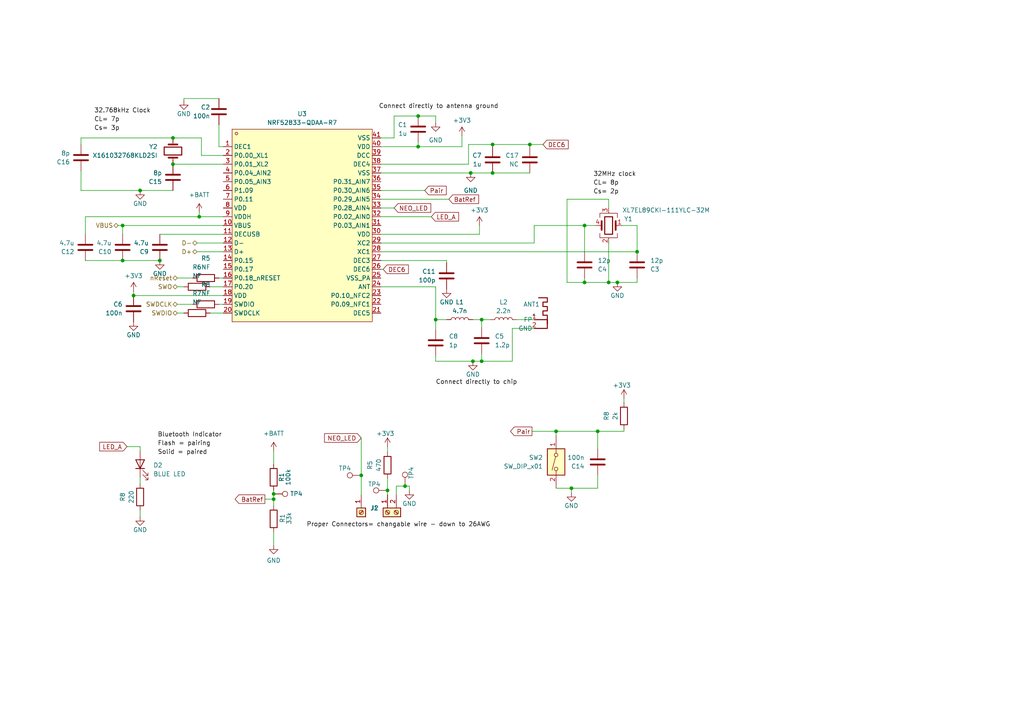
<source format=kicad_sch>
(kicad_sch (version 20230121) (generator eeschema)
  (paper "A4")
  (title_block (title "BLEEarrings (Blade Runner)") (date "2023-10-30") (rev "00.00") (company "Kitty and Dom"))
  (lib_symbols
    (symbol "Connector:Screw_Terminal_01x01" (pin_names (offset 1.016) hide)
      (property "Reference" "J" (at 0 2.54 0))
      (property "Value" "Screw_Terminal_01x01" (at 0 -2.54 0))
      (symbol "Screw_Terminal_01x01_1_1"
        (rectangle (start -1.27 1.27) (end 1.27 -1.27) (stroke (width 0.254)) (fill (type background)))
        (polyline (pts (xy -0.5334 0.3302) (xy 0.3302 -0.508)) (stroke (width 0.1524)))
        (polyline (pts (xy -0.3556 0.508) (xy 0.508 -0.3302)) (stroke (width 0.1524)))
        (circle (center 0 0) (radius 0.635) (stroke (width 0.1524)))
        (pin passive line (at -5.08 0 0) (length 3.81) (name "Pin_1") (number "1"))
      )
    )
    (symbol "Connector:Screw_Terminal_01x02" (pin_names (offset 1.016) hide)
      (property "Reference" "J" (at 0 2.54 0))
      (property "Value" "Screw_Terminal_01x02" (at 0 -5.08 0))
      (symbol "Screw_Terminal_01x02_1_1"
        (rectangle (start -1.27 1.27) (end 1.27 -3.81) (stroke (width 0.254)) (fill (type background)))
        (circle (center 0 -2.54) (radius 0.635) (stroke (width 0.1524)))
        (polyline (pts (xy -0.5334 -2.2098) (xy 0.3302 -3.048)) (stroke (width 0.1524)))
        (polyline (pts (xy -0.5334 0.3302) (xy 0.3302 -0.508)) (stroke (width 0.1524)))
        (polyline (pts (xy -0.3556 -2.032) (xy 0.508 -2.8702)) (stroke (width 0.1524)))
        (polyline (pts (xy -0.3556 0.508) (xy 0.508 -0.3302)) (stroke (width 0.1524)))
        (circle (center 0 0) (radius 0.635) (stroke (width 0.1524)))
        (pin passive line (at -5.08 0 0) (length 3.81) (name "Pin_1") (number "1"))
        (pin passive line (at -5.08 -2.54 0) (length 3.81) (name "Pin_2") (number "2"))
      )
    )
    (symbol "Connector:TestPoint" (pin_numbers hide) (pin_names (offset 0.762) hide)
      (property "Reference" "TP" (at 0 6.858 0))
      (property "Value" "TestPoint" (at 0 5.08 0))
      (symbol "TestPoint_0_1"
        (circle (center 0 3.302) (radius 0.762))
      )
      (symbol "TestPoint_1_1"
        (pin passive line (at 0 0 90) (length 2.54) (name "1") (number "1"))
      )
    )
    (symbol "CustomPads:2.4GHz,_50Ohm_Antenna"
      (property "Reference" "ANT" (at 0 2.286 0))
      (symbol "2.4GHz,_50Ohm_Antenna_1_1"
        (polyline (pts (xy 0 -3.81) (xy 3.81 -3.81) (xy 3.81 -1.27) (xy 0 -1.27)) (stroke (width 0.3)))
        (polyline (pts (xy 1.27 5.08) (xy 3.81 5.08) (xy 3.81 3.81) (xy 2.54 3.81) (xy 2.54 2.54) (xy 3.81 2.54) (xy 3.81 1.27) (xy 2.54 1.27) (xy 2.54 0) (xy 3.81 0) (xy 3.81 -2.54)) (stroke (width 0.3)))
        (pin input line (at 0 -1.27 180) (length 0) (name "FP") (number "1"))
        (pin input line (at 0 -3.81 180) (length 0) (name "GND") (number "2"))
      )
    )
    (symbol "Device:C" (pin_numbers hide) (pin_names (offset 0.254))
      (property "Reference" "C" (at 0.635 2.54 0))
      (property "Value" "C" (at 0.635 -2.54 0))
      (symbol "C_0_1"
        (polyline (pts (xy -2.032 -0.762) (xy 2.032 -0.762)) (stroke (width 0.508)))
        (polyline (pts (xy -2.032 0.762) (xy 2.032 0.762)) (stroke (width 0.508)))
      )
      (symbol "C_1_1"
        (pin passive line (at 0 3.81 270) (length 2.794) (name "~") (number "1"))
        (pin passive line (at 0 -3.81 90) (length 2.794) (name "~") (number "2"))
      )
    )
    (symbol "Device:Crystal" (pin_numbers hide) (pin_names (offset 1.016) hide)
      (property "Reference" "Y" (at 0 3.81 0))
      (property "Value" "Crystal" (at 0 -3.81 0))
      (symbol "Crystal_0_1"
        (rectangle (start -1.143 2.54) (end 1.143 -2.54) (stroke (width 0.3048)))
        (polyline (pts (xy -2.54 0) (xy -1.905 0)))
        (polyline (pts (xy -1.905 -1.27) (xy -1.905 1.27)) (stroke (width 0.508)))
        (polyline (pts (xy 1.905 -1.27) (xy 1.905 1.27)) (stroke (width 0.508)))
        (polyline (pts (xy 2.54 0) (xy 1.905 0)))
      )
      (symbol "Crystal_1_1"
        (pin passive line (at -3.81 0 0) (length 1.27) (name "1") (number "1"))
        (pin passive line (at 3.81 0 180) (length 1.27) (name "2") (number "2"))
      )
    )
    (symbol "Device:Crystal_GND23" (pin_names (offset 1.016) hide)
      (property "Reference" "Y" (at 3.175 5.08 0))
      (property "Value" "Crystal_GND23" (at 3.175 3.175 0))
      (symbol "Crystal_GND23_0_1"
        (rectangle (start -1.143 2.54) (end 1.143 -2.54) (stroke (width 0.3048)))
        (polyline (pts (xy -2.54 0) (xy -2.032 0)))
        (polyline (pts (xy -2.032 -1.27) (xy -2.032 1.27)) (stroke (width 0.508)))
        (polyline (pts (xy 0 -3.81) (xy 0 -3.556)))
        (polyline (pts (xy 0 3.556) (xy 0 3.81)))
        (polyline (pts (xy 2.032 -1.27) (xy 2.032 1.27)) (stroke (width 0.508)))
        (polyline (pts (xy 2.032 0) (xy 2.54 0)))
        (polyline (pts (xy -2.54 -2.286) (xy -2.54 -3.556) (xy 2.54 -3.556) (xy 2.54 -2.286)))
        (polyline (pts (xy -2.54 2.286) (xy -2.54 3.556) (xy 2.54 3.556) (xy 2.54 2.286)))
      )
      (symbol "Crystal_GND23_1_1"
        (pin passive line (at -3.81 0 0) (length 1.27) (name "1") (number "1"))
        (pin passive line (at 0 5.08 270) (length 1.27) (name "2") (number "2"))
        (pin passive line (at 0 -5.08 90) (length 1.27) (name "3") (number "3"))
        (pin passive line (at 3.81 0 180) (length 1.27) (name "4") (number "4"))
      )
    )
    (symbol "Device:L" (pin_numbers hide) (pin_names (offset 1.016) hide)
      (property "Reference" "L" (at -1.27 0 90))
      (property "Value" "L" (at 1.905 0 90))
      (symbol "L_0_1"
        (arc (start 0 -2.54) (mid 0.6323 -1.905) (end 0 -1.27))
        (arc (start 0 -1.27) (mid 0.6323 -0.635) (end 0 0))
        (arc (start 0 0) (mid 0.6323 0.635) (end 0 1.27))
        (arc (start 0 1.27) (mid 0.6323 1.905) (end 0 2.54))
      )
      (symbol "L_1_1"
        (pin passive line (at 0 3.81 270) (length 1.27) (name "1") (number "1"))
        (pin passive line (at 0 -3.81 90) (length 1.27) (name "2") (number "2"))
      )
    )
    (symbol "Device:LED" (pin_numbers hide) (pin_names (offset 1.016) hide)
      (property "Reference" "D" (at 0 2.54 0))
      (property "Value" "LED" (at 0 -2.54 0))
      (symbol "LED_0_1"
        (polyline (pts (xy -1.27 -1.27) (xy -1.27 1.27)) (stroke (width 0.254)))
        (polyline (pts (xy -1.27 0) (xy 1.27 0)))
        (polyline (pts (xy 1.27 -1.27) (xy 1.27 1.27) (xy -1.27 0) (xy 1.27 -1.27)) (stroke (width 0.254)))
        (polyline (pts (xy -3.048 -0.762) (xy -4.572 -2.286) (xy -3.81 -2.286) (xy -4.572 -2.286) (xy -4.572 -1.524)))
        (polyline (pts (xy -1.778 -0.762) (xy -3.302 -2.286) (xy -2.54 -2.286) (xy -3.302 -2.286) (xy -3.302 -1.524)))
      )
      (symbol "LED_1_1"
        (pin passive line (at -3.81 0 0) (length 2.54) (name "K") (number "1"))
        (pin passive line (at 3.81 0 180) (length 2.54) (name "A") (number "2"))
      )
    )
    (symbol "Device:R" (pin_numbers hide) (pin_names (offset 0))
      (property "Reference" "R" (at 2.032 0 90))
      (property "Value" "R" (at 0 0 90))
      (symbol "R_0_1"
        (rectangle (start -1.016 -2.54) (end 1.016 2.54) (stroke (width 0.254)))
      )
      (symbol "R_1_1"
        (pin passive line (at 0 3.81 270) (length 1.27) (name "~") (number "1"))
        (pin passive line (at 0 -3.81 90) (length 1.27) (name "~") (number "2"))
      )
    )
    (symbol "Switch:SW_DIP_x01" (pin_names (offset 0) hide)
      (property "Reference" "SW" (at 0 3.81 0))
      (property "Value" "SW_DIP_x01" (at 0 -3.81 0))
      (symbol "SW_DIP_x01_0_0"
        (circle (center -2.032 0) (radius 0.508))
        (polyline (pts (xy -1.524 0.127) (xy 2.3622 1.1684)))
        (circle (center 2.032 0) (radius 0.508))
      )
      (symbol "SW_DIP_x01_0_1"
        (rectangle (start -3.81 2.54) (end 3.81 -2.54) (stroke (width 0.254)) (fill (type background)))
      )
      (symbol "SW_DIP_x01_1_1"
        (pin passive line (at -7.62 0 0) (length 5.08) (name "~") (number "1"))
        (pin passive line (at 7.62 0 180) (length 5.08) (name "~") (number "2"))
      )
    )
    (symbol "easyeda2kicad:NRF52833-QDAA-R7"
      (property "Reference" "U" (at 0 30.48 0))
      (property "Value" "NRF52833-QDAA-R7" (at 0 -30.48 0))
      (symbol "NRF52833-QDAA-R7_0_1"
        (rectangle (start -20.32 27.94) (end 20.32 -27.94) (fill (type background)))
        (circle (center -19.05 26.67) (radius 0.38))
        (pin unspecified line (at -22.86 22.86 0) (length 2.54) (name "DEC1") (number "1"))
        (pin unspecified line (at -22.86 0 0) (length 2.54) (name "VBUS") (number "10"))
        (pin unspecified line (at -22.86 -2.54 0) (length 2.54) (name "DECUSB") (number "11"))
        (pin unspecified line (at -22.86 -5.08 0) (length 2.54) (name "D-") (number "12"))
        (pin unspecified line (at -22.86 -7.62 0) (length 2.54) (name "D+") (number "13"))
        (pin unspecified line (at -22.86 -10.16 0) (length 2.54) (name "P0.15") (number "14"))
        (pin unspecified line (at -22.86 -12.7 0) (length 2.54) (name "P0.17") (number "15"))
        (pin unspecified line (at -22.86 -15.24 0) (length 2.54) (name "P0.18_nRESET") (number "16"))
        (pin unspecified line (at -22.86 -17.78 0) (length 2.54) (name "P0.20") (number "17"))
        (pin unspecified line (at -22.86 -20.32 0) (length 2.54) (name "VDD") (number "18"))
        (pin unspecified line (at -22.86 -22.86 0) (length 2.54) (name "SWDIO") (number "19"))
        (pin unspecified line (at -22.86 20.32 0) (length 2.54) (name "P0.00_XL1") (number "2"))
        (pin unspecified line (at -22.86 -25.4 0) (length 2.54) (name "SWDCLK") (number "20"))
        (pin unspecified line (at 22.86 -25.4 180) (length 2.54) (name "DEC5") (number "21"))
        (pin unspecified line (at 22.86 -22.86 180) (length 2.54) (name "P0.09_NFC1") (number "22"))
        (pin unspecified line (at 22.86 -20.32 180) (length 2.54) (name "P0.10_NFC2") (number "23"))
        (pin unspecified line (at 22.86 -17.78 180) (length 2.54) (name "ANT") (number "24"))
        (pin unspecified line (at 22.86 -15.24 180) (length 2.54) (name "VSS_PA") (number "25"))
        (pin unspecified line (at 22.86 -12.7 180) (length 2.54) (name "DEC6") (number "26"))
        (pin unspecified line (at 22.86 -10.16 180) (length 2.54) (name "DEC3") (number "27"))
        (pin unspecified line (at 22.86 -7.62 180) (length 2.54) (name "XC1") (number "28"))
        (pin unspecified line (at 22.86 -5.08 180) (length 2.54) (name "XC2") (number "29"))
        (pin unspecified line (at -22.86 17.78 0) (length 2.54) (name "P0.01_XL2") (number "3"))
        (pin unspecified line (at 22.86 -2.54 180) (length 2.54) (name "VDD") (number "30"))
        (pin unspecified line (at 22.86 0 180) (length 2.54) (name "P0.03_AIN1") (number "31"))
        (pin unspecified line (at 22.86 2.54 180) (length 2.54) (name "P0.02_AIN0") (number "32"))
        (pin unspecified line (at 22.86 5.08 180) (length 2.54) (name "P0.28_AIN4") (number "33"))
        (pin unspecified line (at 22.86 7.62 180) (length 2.54) (name "P0.29_AIN5") (number "34"))
        (pin unspecified line (at 22.86 10.16 180) (length 2.54) (name "P0.30_AIN6") (number "35"))
        (pin unspecified line (at 22.86 12.7 180) (length 2.54) (name "P0.31_AIN7") (number "36"))
        (pin unspecified line (at 22.86 15.24 180) (length 2.54) (name "VSS") (number "37"))
        (pin unspecified line (at 22.86 17.78 180) (length 2.54) (name "DEC4") (number "38"))
        (pin unspecified line (at 22.86 20.32 180) (length 2.54) (name "DCC") (number "39"))
        (pin unspecified line (at -22.86 15.24 0) (length 2.54) (name "P0.04_AIN2") (number "4"))
        (pin unspecified line (at 22.86 22.86 180) (length 2.54) (name "VDD") (number "40"))
        (pin unspecified line (at 22.86 25.4 180) (length 2.54) (name "VSS") (number "41"))
        (pin unspecified line (at -22.86 12.7 0) (length 2.54) (name "P0.05_AIN3") (number "5"))
        (pin unspecified line (at -22.86 10.16 0) (length 2.54) (name "P1.09") (number "6"))
        (pin unspecified line (at -22.86 7.62 0) (length 2.54) (name "P0.11") (number "7"))
        (pin unspecified line (at -22.86 5.08 0) (length 2.54) (name "VDD") (number "8"))
        (pin unspecified line (at -22.86 2.54 0) (length 2.54) (name "VDDH") (number "9"))
      )
    )
    (symbol "power:+3V3" (power) (pin_names (offset 0))
      (property "Value" "+3V3" (at 0 3.556 0))
      (symbol "+3V3_0_1"
        (polyline (pts (xy -0.762 1.27) (xy 0 2.54)))
        (polyline (pts (xy 0 0) (xy 0 2.54)))
        (polyline (pts (xy 0 2.54) (xy 0.762 1.27)))
      )
      (symbol "+3V3_1_1"
        (pin power_in line (at 0 0 90) (length 0) hide (name "+3V3") (number "1"))
      )
    )
    (symbol "power:+BATT" (power) (pin_names (offset 0))
      (property "Value" "+BATT" (at 0 3.556 0))
      (symbol "+BATT_0_1"
        (polyline (pts (xy -0.762 1.27) (xy 0 2.54)))
        (polyline (pts (xy 0 0) (xy 0 2.54)))
        (polyline (pts (xy 0 2.54) (xy 0.762 1.27)))
      )
      (symbol "+BATT_1_1"
        (pin power_in line (at 0 0 90) (length 0) hide (name "+BATT") (number "1"))
      )
    )
    (symbol "power:GND" (power) (pin_names (offset 0))
      (property "Value" "GND" (at 0 -3.81 0))
      (symbol "GND_0_1"
        (polyline (pts (xy 0 0) (xy 0 -1.27) (xy 1.27 -1.27) (xy 0 -2.54) (xy -1.27 -1.27) (xy 0 -1.27)))
      )
      (symbol "GND_1_1"
        (pin power_in line (at 0 0 270) (length 0) hide (name "GND") (number "1"))
      )
    )
  )
  (junction (at 50.165 40.005))
  (junction (at 153.67 41.91))
  (junction (at 139.7 92.71))
  (junction (at 40.64 55.245))
  (junction (at 139.7 104.775))
  (junction (at 179.07 81.915))
  (junction (at 121.285 33.655))
  (junction (at 38.735 85.725))
  (junction (at 35.56 75.565))
  (junction (at 79.375 143.256))
  (junction (at 117.475 140.9954))
  (junction (at 142.875 50.165))
  (junction (at 173.355 125.095))
  (junction (at 176.53 81.915))
  (junction (at 142.875 41.91))
  (junction (at 57.785 62.865))
  (junction (at 161.29 125.095))
  (junction (at 165.735 141.605))
  (junction (at 104.775 137.8712))
  (junction (at 184.785 73.025))
  (junction (at 79.375 144.78))
  (junction (at 169.545 65.405))
  (junction (at 121.285 42.545))
  (junction (at 126.365 92.71))
  (junction (at 136.525 50.165))
  (junction (at 137.16 104.775))
  (junction (at 112.395 142.24))
  (junction (at 46.355 75.565))
  (junction (at 50.165 47.625))
  (junction (at 35.56 65.405))
  (junction (at 169.545 81.915))
  (wire (pts (xy 180.34 65.405) (xy 184.785 65.405)))
  (wire (pts (xy 51.435 80.645) (xy 55.88 80.645)))
  (wire (pts (xy 57.15 73.025) (xy 64.77 73.025)))
  (wire (pts (xy 169.545 65.405) (xy 169.545 73.025)))
  (wire (pts (xy 139.7 92.71) (xy 142.24 92.71)))
  (wire (pts (xy 121.285 42.545) (xy 121.285 41.275)))
  (wire (pts (xy 60.96 83.185) (xy 64.77 83.185)))
  (wire (pts (xy 110.49 78.105) (xy 111.125 78.105)))
  (wire (pts (xy 142.875 41.91) (xy 153.67 41.91)))
  (wire (pts (xy 114.3 60.325) (xy 110.49 60.325)))
  (wire (pts (xy 23.495 40.005) (xy 23.495 41.91)))
  (wire (pts (xy 139.065 65.405) (xy 139.065 67.945)))
  (wire (pts (xy 51.435 88.265) (xy 55.88 88.265)))
  (wire (pts (xy 121.285 33.655) (xy 114.3 33.655)))
  (wire (pts (xy 126.365 104.775) (xy 137.16 104.775)))
  (wire (pts (xy 51.435 90.805) (xy 53.34 90.805)))
  (wire (pts (xy 63.5 42.545) (xy 64.77 42.545)))
  (wire (pts (xy 180.975 124.46) (xy 180.975 125.095)))
  (wire (pts (xy 149.86 92.71) (xy 154.94 92.71)))
  (wire (pts (xy 58.42 40.005) (xy 50.165 40.005)))
  (wire (pts (xy 169.545 65.405) (xy 172.72 65.405)))
  (wire (pts (xy 64.77 65.405) (xy 35.56 65.405)))
  (wire (pts (xy 153.67 41.91) (xy 157.48 41.91)))
  (wire (pts (xy 58.42 40.005) (xy 58.42 45.085)))
  (wire (pts (xy 129.54 75.565) (xy 129.54 76.2)))
  (wire (pts (xy 24.765 62.865) (xy 57.785 62.865)))
  (wire (pts (xy 173.355 141.605) (xy 165.735 141.605)))
  (wire (pts (xy 79.375 143.256) (xy 79.375 144.78)))
  (wire (pts (xy 46.355 67.945) (xy 64.77 67.945)))
  (wire (pts (xy 154.305 125.095) (xy 161.29 125.095)))
  (wire (pts (xy 129.54 75.565) (xy 110.49 75.565)))
  (wire (pts (xy 38.735 85.725) (xy 38.735 84.455)))
  (wire (pts (xy 173.355 137.795) (xy 173.355 141.605)))
  (wire (pts (xy 110.49 73.025) (xy 184.785 73.025)))
  (wire (pts (xy 79.375 142.24) (xy 79.375 143.256)))
  (wire (pts (xy 126.365 33.655) (xy 121.285 33.655)))
  (wire (pts (xy 112.395 129.5654) (xy 112.395 131.1148)))
  (wire (pts (xy 24.765 67.945) (xy 24.765 62.865)))
  (wire (pts (xy 184.785 81.915) (xy 184.785 80.645)))
  (wire (pts (xy 133.985 39.37) (xy 133.985 42.545)))
  (wire (pts (xy 164.465 81.915) (xy 169.545 81.915)))
  (wire (pts (xy 179.07 81.915) (xy 184.785 81.915)))
  (wire (pts (xy 23.495 40.005) (xy 50.165 40.005)))
  (wire (pts (xy 57.785 61.595) (xy 57.785 62.865)))
  (wire (pts (xy 179.07 81.915) (xy 176.53 81.915)))
  (wire (pts (xy 104.775 137.8712) (xy 104.775 143.5354)))
  (wire (pts (xy 40.64 138.43) (xy 40.64 140.335)))
  (wire (pts (xy 165.735 141.605) (xy 165.735 142.875)))
  (wire (pts (xy 126.365 35.56) (xy 126.365 33.655)))
  (wire (pts (xy 133.985 42.545) (xy 121.285 42.545)))
  (wire (pts (xy 180.975 115.57) (xy 180.975 116.84)))
  (wire (pts (xy 79.375 130.81) (xy 79.375 134.62)))
  (wire (pts (xy 50.165 55.245) (xy 40.64 55.245)))
  (wire (pts (xy 164.465 57.785) (xy 164.465 81.915)))
  (wire (pts (xy 184.785 73.025) (xy 184.785 65.405)))
  (wire (pts (xy 148.59 95.25) (xy 154.94 95.25)))
  (wire (pts (xy 24.765 75.565) (xy 35.56 75.565)))
  (wire (pts (xy 76.835 144.78) (xy 79.375 144.78)))
  (wire (pts (xy 126.365 83.185) (xy 126.365 92.71)))
  (wire (pts (xy 176.53 57.785) (xy 164.465 57.785)))
  (wire (pts (xy 110.49 55.245) (xy 123.19 55.245)))
  (wire (pts (xy 110.49 50.165) (xy 136.525 50.165)))
  (wire (pts (xy 36.83 129.54) (xy 40.64 129.54)))
  (wire (pts (xy 142.875 42.545) (xy 142.875 41.91)))
  (wire (pts (xy 154.94 65.405) (xy 154.94 70.485)))
  (wire (pts (xy 136.525 50.165) (xy 142.875 50.165)))
  (wire (pts (xy 165.735 141.605) (xy 161.29 141.605)))
  (wire (pts (xy 112.395 142.24) (xy 112.395 143.5354)))
  (wire (pts (xy 57.785 62.865) (xy 64.77 62.865)))
  (wire (pts (xy 176.53 70.485) (xy 176.53 81.915)))
  (wire (pts (xy 126.365 92.71) (xy 129.54 92.71)))
  (wire (pts (xy 126.365 92.71) (xy 126.365 95.631)))
  (wire (pts (xy 50.165 47.625) (xy 64.77 47.625)))
  (wire (pts (xy 53.34 28.575) (xy 63.5 28.575)))
  (wire (pts (xy 153.67 41.91) (xy 153.67 42.545)))
  (wire (pts (xy 118.745 140.9954) (xy 118.745 142.2654)))
  (wire (pts (xy 34.29 65.405) (xy 35.56 65.405)))
  (wire (pts (xy 137.16 104.775) (xy 139.7 104.775)))
  (wire (pts (xy 154.94 70.485) (xy 110.49 70.485)))
  (wire (pts (xy 110.49 83.185) (xy 126.365 83.185)))
  (wire (pts (xy 142.875 50.165) (xy 153.67 50.165)))
  (wire (pts (xy 38.735 85.725) (xy 64.77 85.725)))
  (wire (pts (xy 176.53 81.915) (xy 169.545 81.915)))
  (wire (pts (xy 173.355 125.095) (xy 180.975 125.095)))
  (wire (pts (xy 63.5 88.265) (xy 64.77 88.265)))
  (wire (pts (xy 169.545 80.645) (xy 169.545 81.915)))
  (wire (pts (xy 58.42 45.085) (xy 64.77 45.085)))
  (wire (pts (xy 51.435 83.185) (xy 53.34 83.185)))
  (wire (pts (xy 110.49 47.625) (xy 135.89 47.625)))
  (wire (pts (xy 135.89 41.91) (xy 135.89 47.625)))
  (wire (pts (xy 35.56 65.405) (xy 35.56 67.945)))
  (wire (pts (xy 110.49 42.545) (xy 121.285 42.545)))
  (wire (pts (xy 112.395 138.7348) (xy 112.395 142.24)))
  (wire (pts (xy 40.64 147.955) (xy 40.64 149.86)))
  (wire (pts (xy 23.495 55.245) (xy 23.495 49.53)))
  (wire (pts (xy 139.7 92.71) (xy 139.7 94.996)))
  (wire (pts (xy 110.49 57.785) (xy 130.175 57.785)))
  (wire (pts (xy 114.3 33.655) (xy 114.3 40.005)))
  (wire (pts (xy 161.29 126.365) (xy 161.29 125.095)))
  (wire (pts (xy 117.475 140.9954) (xy 118.745 140.9954)))
  (wire (pts (xy 35.56 75.565) (xy 46.355 75.565)))
  (wire (pts (xy 114.935 143.5354) (xy 114.935 140.9954)))
  (wire (pts (xy 63.5 42.545) (xy 63.5 36.195)))
  (wire (pts (xy 63.5 80.645) (xy 64.77 80.645)))
  (wire (pts (xy 79.375 154.305) (xy 79.375 158.115)))
  (wire (pts (xy 114.935 140.9954) (xy 117.475 140.9954)))
  (wire (pts (xy 139.7 102.616) (xy 139.7 104.775)))
  (wire (pts (xy 104.775 127.0254) (xy 104.775 137.8712)))
  (wire (pts (xy 173.355 130.175) (xy 173.355 125.095)))
  (wire (pts (xy 40.64 129.54) (xy 40.64 130.81)))
  (wire (pts (xy 148.59 104.775) (xy 139.7 104.775)))
  (wire (pts (xy 176.53 60.325) (xy 176.53 57.785)))
  (wire (pts (xy 137.16 92.71) (xy 139.7 92.71)))
  (wire (pts (xy 57.15 70.485) (xy 64.77 70.485)))
  (wire (pts (xy 126.365 103.251) (xy 126.365 104.775)))
  (wire (pts (xy 60.96 90.805) (xy 64.77 90.805)))
  (wire (pts (xy 125.095 62.865) (xy 110.49 62.865)))
  (wire (pts (xy 142.875 41.91) (xy 135.89 41.91)))
  (wire (pts (xy 161.29 125.095) (xy 173.355 125.095)))
  (wire (pts (xy 110.49 67.945) (xy 139.065 67.945)))
  (wire (pts (xy 79.375 144.78) (xy 79.375 146.685)))
  (wire (pts (xy 53.34 29.21) (xy 53.34 28.575)))
  (wire (pts (xy 40.64 55.245) (xy 23.495 55.245)))
  (wire (pts (xy 154.94 65.405) (xy 169.545 65.405)))
  (wire (pts (xy 148.59 95.25) (xy 148.59 104.775)))
  (wire (pts (xy 114.3 40.005) (xy 110.49 40.005)))
  (label "CL= 7p" (at 27.305 35.56 0))
  (label "Cs= 3p" (at 27.305 38.1 0))
  (label "Connect directly to chip" (at 126.365 111.76 0))
  (label "Cs= 2p" (at 172.085 56.515 0))
  (label "Solid = paired" (at 45.72 132.08 0))
  (label "Proper Connectors= changable wire - down to 26AWG" (at 88.9 153.0604 0))
  (label "32.768kHz Clock" (at 27.305 33.02 0))
  (label "Connect directly to antenna ground" (at 109.855 31.75 0))
  (label "CL= 8p" (at 172.085 53.975 0))
  (label "32MHz clock" (at 172.085 51.435 0))
  (label "Flash = pairing" (at 45.72 129.54 0))
  (label "Bluetooth Indicator" (at 45.72 127 0))
  (global_label "BatRef" (shape output) (at 76.835 144.78 180) (property "Intersheetrefs" "${INTERSHEET_REFS}" (effects hide)))
  (global_label "LED_A" (shape input) (at 36.83 129.54 180) (property "Intersheetrefs" "${INTERSHEET_REFS}" (effects hide)))
  (global_label "BatRef" (shape input) (at 130.175 57.785 0) (property "Intersheetrefs" "${INTERSHEET_REFS}" (effects hide)))
  (global_label "DEC6" (shape input) (at 111.125 78.105 0) (property "Intersheetrefs" "${INTERSHEET_REFS}" (effects hide)))
  (global_label "DEC6" (shape input) (at 157.48 41.91 0) (property "Intersheetrefs" "${INTERSHEET_REFS}" (effects hide)))
  (global_label "Pair" (shape output) (at 154.305 125.095 180) (property "Intersheetrefs" "${INTERSHEET_REFS}" (effects hide)))
  (global_label "NEO_LED" (shape input) (at 104.775 127.0254 180) (property "Intersheetrefs" "${INTERSHEET_REFS}" (effects hide)))
  (global_label "NEO_LED" (shape input) (at 114.3 60.325 0) (property "Intersheetrefs" "${INTERSHEET_REFS}" (effects hide)))
  (global_label "Pair" (shape input) (at 123.19 55.245 0) (property "Intersheetrefs" "${INTERSHEET_REFS}" (effects hide)))
  (global_label "LED_A" (shape input) (at 125.095 62.865 0) (property "Intersheetrefs" "${INTERSHEET_REFS}" (effects hide)))
  (hierarchical_label "D-" (shape bidirectional) (at 57.15 70.485 180))
  (hierarchical_label "D+" (shape bidirectional) (at 57.15 73.025 180))
  (hierarchical_label "nReset" (shape bidirectional) (at 51.435 80.645 180))
  (hierarchical_label "SWDIO" (shape bidirectional) (at 51.435 90.805 180))
  (hierarchical_label "VBUS" (shape bidirectional) (at 34.29 65.405 180))
  (hierarchical_label "SWO" (shape bidirectional) (at 51.435 83.185 180))
  (hierarchical_label "SWDCLK" (shape bidirectional) (at 51.435 88.265 180))
  (symbol (lib_id "power:GND") (at 179.07 81.915 0) (mirror y) (unit 1)
    (property "Reference" "#PWR03" (effects hide))
    (property "Value" "GND" (at 179.07 85.725 0))
  )
  (symbol (lib_id "power:GND") (at 137.16 104.775 0) (unit 1)
    (property "Reference" "#PWR08" (effects hide))
    (property "Value" "GND" (at 137.16 108.585 0))
  )
  (symbol (lib_id "Device:C") (at 24.765 71.755 180) (unit 1)
    (property "Reference" "C12" (at 21.59 73.025 0) (effects (justify left)))
    (property "Value" "4.7u" (at 21.59 70.485 0) (effects (justify left)))
    (property "Footprint" "Capacitor_SMD:C_0402_1005Metric_Pad0.74x0.62mm_HandSolder" (effects hide))
    (property "LCSC Part" "C307423" (effects hide))
  )
  (symbol (lib_id "power:+3V3") (at 112.395 129.5654 0) (unit 1)
    (property "Reference" "#PWR016" (effects hide))
    (property "Value" "+3V3" (at 111.76 125.7554 0))
  )
  (symbol (lib_id "Device:C") (at 139.7 98.806 0) (unit 1)
    (property "Reference" "C5" (at 143.51 97.536 0) (effects (justify left)))
    (property "Value" "1.2p" (at 143.51 100.076 0) (effects (justify left)))
    (property "Footprint" "Capacitor_SMD:C_0402_1005Metric_Pad0.74x0.62mm_HandSolder" (effects hide))
    (property "LCSC Part" "C880658 " (effects hide))
  )
  (symbol (lib_id "Device:C") (at 142.875 46.355 0) (unit 1)
    (property "Reference" "C7" (at 139.7 45.085 0) (effects (justify right)))
    (property "Value" "1u" (at 139.7 47.625 0) (effects (justify right)))
    (property "Footprint" "Capacitor_SMD:C_0402_1005Metric_Pad0.74x0.62mm_HandSolder" (effects hide))
    (property "LCSC Part" "C14445" (effects hide))
  )
  (symbol (lib_id "Device:L") (at 133.35 92.71 90) (unit 1)
    (property "Reference" "L1" (at 133.35 87.63 90))
    (property "Value" "4.7n" (at 133.35 90.17 90))
    (property "Footprint" "Inductor_SMD:L_0402_1005Metric_Pad0.77x0.64mm_HandSolder" (effects hide))
    (property "LCSC Part" "C13595" (effects hide))
  )
  (symbol (lib_id "power:+BATT") (at 57.785 61.595 0) (unit 1)
    (property "Reference" "#PWR02" (effects hide))
    (property "Value" "+BATT" (at 57.785 56.515 0))
    (instances (project "BLEEarrings" (path "" (reference "#PWR02") (unit 1)) (path "" (reference "#PWR05") (unit 1))))
  )
  (symbol (lib_id "Device:C") (at 169.545 76.835 0) (mirror x) (unit 1)
    (property "Reference" "C4" (at 173.355 78.105 0) (effects (justify left)))
    (property "Value" "12p" (at 173.355 75.565 0) (effects (justify left)))
    (property "Footprint" "Capacitor_SMD:C_0402_1005Metric_Pad0.74x0.62mm_HandSolder" (effects hide))
    (property "LCSC Part" "C696888 " (effects hide))
  )
  (symbol (lib_id "Device:C") (at 153.67 46.355 0) (unit 1)
    (property "Reference" "C17" (at 150.495 45.085 0) (effects (justify right)))
    (property "Value" "NC" (at 150.495 47.625 0) (effects (justify right)))
    (property "Footprint" "Capacitor_SMD:C_0402_1005Metric_Pad0.74x0.62mm_HandSolder" (effects hide))
    (property "LCSC Part" "N/A" (effects hide))
  )
  (symbol (lib_id "Device:C") (at 184.785 76.835 0) (mirror x) (unit 1)
    (property "Reference" "C3" (at 188.595 78.105 0) (effects (justify left)))
    (property "Value" "12p" (at 188.595 75.565 0) (effects (justify left)))
    (property "Footprint" "Capacitor_SMD:C_0402_1005Metric_Pad0.74x0.62mm_HandSolder" (effects hide))
    (property "LCSC Part" "C696888 " (effects hide))
  )
  (symbol (lib_id "power:GND") (at 79.375 158.115 0) (unit 1)
    (property "Reference" "#PWR027" (effects hide))
    (property "Value" "GND" (at 79.375 162.56 0))
  )
  (symbol (lib_id "Device:C") (at 35.56 71.755 180) (unit 1)
    (property "Reference" "C10" (at 32.385 73.025 0) (effects (justify left)))
    (property "Value" "4.7u" (at 32.385 70.485 0) (effects (justify left)))
    (property "Footprint" "Capacitor_SMD:C_0402_1005Metric_Pad0.74x0.62mm_HandSolder" (effects hide))
    (property "LCSC Part" "C307423" (effects hide))
  )
  (symbol (lib_id "power:GND") (at 136.525 50.165 0) (unit 1)
    (property "Reference" "#PWR018" (effects hide))
    (property "Value" "GND" (at 136.525 55.245 0))
  )
  (symbol (lib_id "power:GND") (at 40.64 55.245 0) (unit 1)
    (property "Reference" "#PWR015" (effects hide))
    (property "Value" "GND" (at 40.64 59.055 0))
  )
  (symbol (lib_id "Device:R") (at 57.15 83.185 270) (unit 1)
    (property "Reference" "R6" (at 57.15 77.47 90))
    (property "Value" "NF" (at 57.15 80.01 90))
    (property "Footprint" "Resistor_SMD:R_0201_0603Metric" (effects hide))
    (property "LCSC Part" "N/A" (effects hide))
  )
  (symbol (lib_id "Device:C") (at 173.355 133.985 180) (unit 1)
    (property "Reference" "C14" (at 169.545 135.255 0) (effects (justify left)))
    (property "Value" "100n" (at 169.545 132.715 0) (effects (justify left)))
    (property "Footprint" "Capacitor_SMD:C_0402_1005Metric_Pad0.74x0.62mm_HandSolder" (effects hide))
    (property "LCSC Part" "C60474" (effects hide))
  )
  (symbol (lib_id "Device:L") (at 146.05 92.71 90) (unit 1)
    (property "Reference" "L2" (at 146.05 87.63 90))
    (property "Value" "2.2n" (at 146.05 90.17 90))
    (property "Footprint" "Inductor_SMD:L_0402_1005Metric_Pad0.77x0.64mm_HandSolder" (effects hide))
    (property "LCSC Part" "C395061 " (effects hide))
  )
  (symbol (lib_id "Device:R") (at 57.15 90.805 270) (unit 1)
    (property "Reference" "R7" (at 57.15 85.09 90))
    (property "Value" "NF" (at 57.15 87.63 90))
    (property "Footprint" "Resistor_SMD:R_0201_0603Metric" (effects hide))
    (property "LCSC Part" "N/A" (effects hide))
  )
  (symbol (lib_id "power:+3V3") (at 133.985 39.37 0) (unit 1)
    (property "Reference" "#PWR017" (effects hide))
    (property "Value" "+3V3" (at 133.985 34.925 0))
  )
  (symbol (lib_id "Device:C") (at 46.355 71.755 180) (unit 1)
    (property "Reference" "C9" (at 43.18 73.025 0) (effects (justify left)))
    (property "Value" "4.7u" (at 43.18 70.485 0) (effects (justify left)))
    (property "Footprint" "Capacitor_SMD:C_0402_1005Metric_Pad0.74x0.62mm_HandSolder" (effects hide))
    (property "LCSC Part" "C307423" (effects hide))
  )
  (symbol (lib_id "Device:R") (at 79.375 150.495 180) (unit 1)
    (property "Reference" "R1" (at 81.915 150.3426 90))
    (property "Value" "33k" (at 83.82 150.3426 90))
    (property "Footprint" "Resistor_SMD:R_0402_1005Metric_Pad0.72x0.64mm_HandSolder" (effects hide))
    (property "LCSC Part" "C138003" (effects hide))
    (instances (project "BLEEarrings" (path "" (reference "R1") (unit 1)) (path "" (reference "R14") (unit 1))))
  )
  (symbol (lib_id "Device:Crystal") (at 50.165 43.815 270) (mirror x) (unit 1)
    (property "Reference" "Y2" (at 45.72 42.545 90) (effects (justify right)))
    (property "Value" " X161032768KLD2SI" (at 45.72 45.085 90) (effects (justify right)))
    (property "Footprint" "easyeda2kicad:CRYSTAL-SMD_L1.6-W1.0" (effects hide))
    (property "LCSC Part" "C383846" (effects hide))
  )
  (symbol (lib_id "power:+3V3") (at 38.735 84.455 0) (unit 1)
    (property "Reference" "#PWR07" (effects hide))
    (property "Value" "+3V3" (at 38.735 80.01 0))
  )
  (symbol (lib_id "Connector:TestPoint") (at 104.775 137.8712 90) (unit 1)
    (property "Reference" "TP4" (at 100.0252 135.8392 90))
    (property "Value" "TestPoint" (effects hide))
    (property "Footprint" "TestPoint:TestPoint_Pad_D1.0mm" (effects hide))
    (property "LCSC Part" "N/A" (effects hide))
    (instances (project "BLEEarrings" (path "" (reference "TP4") (unit 1)) (path "" (reference "TP10") (unit 1))))
  )
  (symbol (lib_id "power:GND") (at 38.735 93.345 0) (unit 1)
    (property "Reference" "#PWR010" (effects hide))
    (property "Value" "GND" (at 38.735 97.155 0))
  )
  (symbol (lib_id "Device:C") (at 38.735 89.535 0) (unit 1)
    (property "Reference" "C6" (at 35.56 88.265 0) (effects (justify right)))
    (property "Value" "100n" (at 35.56 90.805 0) (effects (justify right)))
    (property "Footprint" "Capacitor_SMD:C_0402_1005Metric_Pad0.74x0.62mm_HandSolder" (effects hide))
    (property "LCSC Part" "C60474" (effects hide))
  )
  (symbol (lib_id "Switch:SW_DIP_x01") (at 161.29 133.985 90) (mirror x) (unit 1)
    (property "Reference" "SW2" (at 157.48 132.715 90) (effects (justify left)))
    (property "Value" "SW_DIP_x01" (at 157.48 135.255 90) (effects (justify left)))
    (property "Footprint" "easyeda2kicad:KEY-SMD_L3.0-W2.5-LS4.0" (effects hide))
    (property "LCSC Part" "C2905194" (effects hide))
  )
  (symbol (lib_id "Connector:TestPoint") (at 112.395 142.24 90) (unit 1)
    (property "Reference" "TP4" (at 108.5596 140.4366 90))
    (property "Value" "TestPoint" (effects hide))
    (property "Footprint" "TestPoint:TestPoint_Pad_D1.0mm" (effects hide))
    (property "LCSC Part" "N/A" (effects hide))
    (instances (project "BLEEarrings" (path "" (reference "TP4") (unit 1)) (path "" (reference "TP11") (unit 1))))
  )
  (symbol (lib_id "power:+3V3") (at 139.065 65.405 0) (unit 1)
    (property "Reference" "#PWR019" (effects hide))
    (property "Value" "+3V3" (at 139.065 60.96 0))
  )
  (symbol (lib_id "Connector:TestPoint") (at 79.375 143.256 270) (unit 1)
    (property "Reference" "TP4" (at 84.1248 143.2306 90) (effects (justify left)))
    (property "Value" "TestPoint" (effects hide))
    (property "Footprint" "TestPoint:TestPoint_Pad_D1.0mm" (effects hide))
    (property "LCSC Part" "N/A" (effects hide))
    (instances (project "BLEEarrings" (path "" (reference "TP4") (unit 1)) (path "" (reference "TP9") (unit 1))))
  )
  (symbol (lib_id "power:GND") (at 126.365 35.56 0) (unit 1)
    (property "Reference" "#PWR09" (effects hide))
    (property "Value" "GND" (at 126.365 40.64 0))
  )
  (symbol (lib_id "power:+BATT") (at 79.375 130.81 0) (unit 1)
    (property "Reference" "#PWR026" (effects hide))
    (property "Value" "+BATT" (at 79.375 125.73 0))
  )
  (symbol (lib_id "Device:R") (at 59.69 88.265 90) (unit 1)
    (property "Reference" "R8" (at 59.69 82.55 90))
    (property "Value" "NF" (at 59.69 85.09 90))
    (property "Footprint" "Resistor_SMD:R_0201_0603Metric" (effects hide))
    (property "LCSC Part" "N/A" (effects hide))
  )
  (symbol (lib_id "Device:R") (at 180.975 120.65 180) (unit 1)
    (property "Reference" "R8" (at 175.895 120.65 90))
    (property "Value" "2k" (at 178.435 120.65 90))
    (property "Footprint" "Resistor_SMD:R_0402_1005Metric_Pad0.72x0.64mm_HandSolder" (effects hide))
    (property "LCSC Part" "C60488" (effects hide))
    (instances (project "BLEEarrings" (path "" (reference "R8") (unit 1)) (path "" (reference "R2") (unit 1))))
  )
  (symbol (lib_id "Device:R") (at 112.395 134.9248 180) (unit 1)
    (property "Reference" "R5" (at 107.315 134.9248 90))
    (property "Value" "470" (at 109.855 134.9248 90))
    (property "Footprint" "Resistor_SMD:R_0402_1005Metric_Pad0.72x0.64mm_HandSolder" (effects hide))
    (property "LCSC Part" "C114949 " (effects hide))
    (instances (project "BLEEarrings" (path "" (reference "R5") (unit 1)) (path "" (reference "R9") (unit 1))))
  )
  (symbol (lib_id "Device:C") (at 50.165 51.435 180) (unit 1)
    (property "Reference" "C15" (at 46.99 52.705 0) (effects (justify left)))
    (property "Value" "8p" (at 46.99 50.165 0) (effects (justify left)))
    (property "Footprint" "Capacitor_SMD:C_0402_1005Metric_Pad0.74x0.62mm_HandSolder" (effects hide))
    (property "LCSC Part" "C5448809" (effects hide))
  )
  (symbol (lib_id "power:GND") (at 165.735 142.875 0) (unit 1)
    (property "Reference" "#PWR013" (effects hide))
    (property "Value" "GND" (at 165.735 146.685 0))
  )
  (symbol (lib_id "Connector:Screw_Terminal_01x02") (at 112.395 148.6154 90) (mirror x) (unit 1)
    (property "Reference" "J2" (at 109.855 147.3454 90) (effects (justify left)))
    (property "Value" "Screw_Terminal_01x02" (effects hide))
    (property "Footprint" "easyeda2kicad:CONN-SMD_2059-302" (effects hide))
    (property "LCSC Part" "C2765060" (effects hide))
  )
  (symbol (lib_id "Device:R") (at 59.69 80.645 90) (unit 1)
    (property "Reference" "R5" (at 59.69 74.93 90))
    (property "Value" "NF" (at 59.69 77.47 90))
    (property "Footprint" "Resistor_SMD:R_0201_0603Metric" (effects hide))
    (property "LCSC Part" "N/A" (effects hide))
  )
  (symbol (lib_id "Device:C") (at 63.5 32.385 0) (unit 1)
    (property "Reference" "C2" (at 60.96 31.115 0) (effects (justify right)))
    (property "Value" "100n" (at 60.96 33.655 0) (effects (justify right)))
    (property "Footprint" "Capacitor_SMD:C_0402_1005Metric_Pad0.74x0.62mm_HandSolder" (effects hide))
    (property "LCSC Part" "C60474" (effects hide))
  )
  (symbol (lib_id "power:GND") (at 40.64 149.86 0) (unit 1)
    (property "Reference" "#PWR020" (effects hide))
    (property "Value" "GND" (at 40.64 153.67 0))
  )
  (symbol (lib_id "Device:C") (at 129.54 80.01 0) (unit 1)
    (property "Reference" "C11" (at 126.365 78.74 0) (effects (justify right)))
    (property "Value" "100p" (at 126.365 81.28 0) (effects (justify right)))
    (property "Footprint" "Capacitor_SMD:C_0402_1005Metric_Pad0.74x0.62mm_HandSolder" (effects hide))
    (property "LCSC Part" "C5137573" (effects hide))
  )
  (symbol (lib_id "CustomPads:2.4GHz,_50Ohm_Antenna") (at 154.94 91.44 0) (unit 1)
    (property "Reference" "ANT1" (at 151.765 88.265 0) (effects (justify left)))
    (property "Value" "~" (at 154.94 91.44 0))
    (property "Footprint" "RF_Antenna:Texas_SWRA117D_2.4GHz_Left" (effects hide))
    (property "LCSC Part" "N/A" (effects hide))
  )
  (symbol (lib_id "Connector:Screw_Terminal_01x01") (at 104.775 148.6154 270) (unit 1)
    (property "Reference" "J1" (at 107.315 147.3454 90) (effects (justify left)))
    (property "Value" "Screw_Terminal_01x01" (effects hide))
    (property "Footprint" "easyeda2kicad:CONN-SMD_custom1" (effects hide))
    (property "LCSC Part" "C2765059" (effects hide))
  )
  (symbol (lib_id "Device:C") (at 126.365 99.441 0) (unit 1)
    (property "Reference" "C8" (at 130.175 97.536 0) (effects (justify left)))
    (property "Value" "1p" (at 130.175 100.076 0) (effects (justify left)))
    (property "Footprint" "Capacitor_SMD:C_0402_1005Metric_Pad0.74x0.62mm_HandSolder" (effects hide))
    (property "LCSC Part" "C880647 " (effects hide))
  )
  (symbol (lib_id "easyeda2kicad:NRF52833-QDAA-R7") (at 87.63 65.405 0) (unit 1)
    (property "Reference" "U3" (at 87.63 33.02 0))
    (property "Value" "NRF52833-QDAA-R7" (at 87.63 35.56 0))
    (property "Footprint" "easyeda2kicad:QFN-40_L5.0-W5.0-P0.40-TL-EP3.6" (effects hide))
    (property "LCSC Part" "C3007767" (effects hide))
  )
  (symbol (lib_id "Device:R") (at 79.375 138.43 180) (unit 1)
    (property "Reference" "R1" (at 81.661 138.43 90))
    (property "Value" "100k" (at 83.566 138.43 90))
    (property "Footprint" "Resistor_SMD:R_0402_1005Metric_Pad0.72x0.64mm_HandSolder" (effects hide))
    (property "LCSC Part" "C60491" (effects hide))
    (instances (project "BLEEarrings" (path "" (reference "R1") (unit 1)) (path "" (reference "R13") (unit 1))))
  )
  (symbol (lib_id "power:GND") (at 46.355 75.565 0) (unit 1)
    (property "Reference" "#PWR011" (effects hide))
    (property "Value" "GND" (at 46.355 79.375 0))
  )
  (symbol (lib_id "power:GND") (at 129.54 83.82 0) (mirror y) (unit 1)
    (property "Reference" "#PWR021" (effects hide))
    (property "Value" "GND" (at 129.54 87.63 0))
  )
  (symbol (lib_id "Device:C") (at 121.285 37.465 0) (unit 1)
    (property "Reference" "C1" (at 118.11 36.195 0) (effects (justify right)))
    (property "Value" "1u" (at 118.11 38.735 0) (effects (justify right)))
    (property "Footprint" "Capacitor_SMD:C_0402_1005Metric_Pad0.74x0.62mm_HandSolder" (effects hide))
    (property "LCSC Part" "C14445" (effects hide))
  )
  (symbol (lib_id "Connector:TestPoint") (at 117.475 140.9954 0) (unit 1)
    (property "Reference" "TP4" (at 119.2784 137.16 90))
    (property "Value" "TestPoint" (effects hide))
    (property "Footprint" "TestPoint:TestPoint_Pad_D2.0mm" (effects hide))
    (property "LCSC Part" "N/A" (effects hide))
    (instances (project "BLEEarrings" (path "" (reference "TP4") (unit 1)) (path "" (reference "TP16") (unit 1))))
  )
  (symbol (lib_id "power:+3V3") (at 180.975 115.57 0) (unit 1)
    (property "Reference" "#PWR014" (effects hide))
    (property "Value" "+3V3" (at 180.34 111.76 0))
  )
  (symbol (lib_id "power:GND") (at 118.745 142.2654 0) (unit 1)
    (property "Reference" "#PWR034" (effects hide))
    (property "Value" "GND" (at 118.745 146.0754 0))
  )
  (symbol (lib_id "Device:R") (at 40.64 144.145 180) (unit 1)
    (property "Reference" "R8" (at 35.56 144.145 90))
    (property "Value" "220" (at 38.1 144.145 90))
    (property "Footprint" "Resistor_SMD:R_0402_1005Metric_Pad0.72x0.64mm_HandSolder" (effects hide))
    (property "LCSC Part" "C112291" (effects hide))
    (instances (project "BLEEarrings" (path "" (reference "R8") (unit 1)) (path "" (reference "R12") (unit 1))))
  )
  (symbol (lib_id "Device:C") (at 23.495 45.72 180) (unit 1)
    (property "Reference" "C16" (at 20.32 46.99 0) (effects (justify left)))
    (property "Value" "8p" (at 20.32 44.45 0) (effects (justify left)))
    (property "Footprint" "Capacitor_SMD:C_0402_1005Metric_Pad0.74x0.62mm_HandSolder" (effects hide))
    (property "LCSC Part" "C5448809" (effects hide))
  )
  (symbol (lib_id "Device:Crystal_GND23") (at 176.53 65.405 180) (unit 1)
    (property "Reference" "Y1" (at 182.245 63.5 0))
    (property "Value" "XL7EL89CKI-111YLC-32M " (at 193.675 60.96 0))
    (property "Footprint" "easyeda2kicad:CRYSTAL-SMD_4P-L2.0-W1.6-BL" (effects hide))
    (property "LCSC Part" "C2965582" (effects hide))
  )
  (symbol (lib_id "power:GND") (at 53.34 29.21 0) (mirror y) (unit 1)
    (property "Reference" "#PWR012" (effects hide))
    (property "Value" "GND" (at 53.34 33.02 0))
  )
  (symbol (lib_id "Device:LED") (at 40.64 134.62 90) (unit 1)
    (property "Reference" "D2" (at 44.45 134.9375 90) (effects (justify right)))
    (property "Value" "BLUE LED" (at 44.45 137.4775 90) (effects (justify right)))
    (property "Footprint" "LED_SMD:LED_0603_1608Metric_Pad1.05x0.95mm_HandSolder" (effects hide))
    (property "LCSC Part" "C7371904" (effects hide))
    (instances (project "BLEEarrings" (path "" (reference "D2") (unit 1)) (path "" (reference "D4") (unit 1))))
  )
)
</source>
